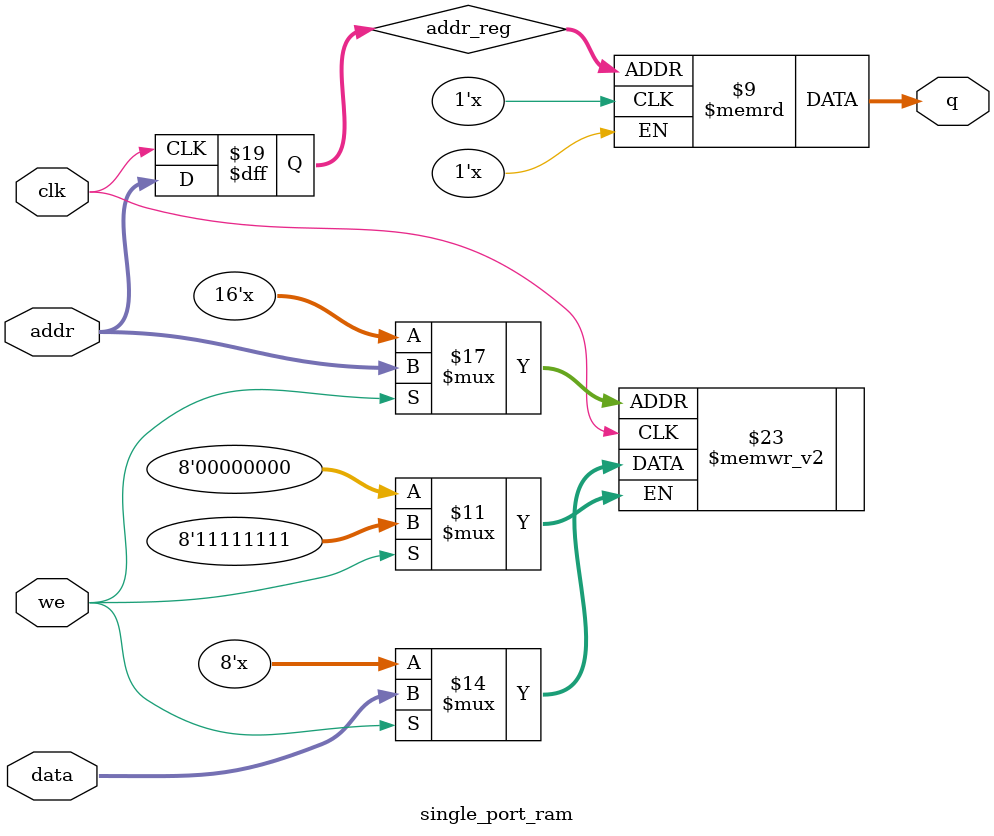
<source format=sv>

module single_port_ram 
#(parameter DATA_WIDTH=8, parameter ADDR_WIDTH=16)
(
	input [(DATA_WIDTH-1):0] data,
	input [(ADDR_WIDTH-1):0] addr,
	input clk, we,
	output [(DATA_WIDTH-1):0] q
);

	// Declare the RAM variable
	reg [DATA_WIDTH-1:0] ram[2**ADDR_WIDTH-1:0];

	// Variable to hold the registered read address
	reg [ADDR_WIDTH-1:0] addr_reg;

	always @ (posedge clk)
	begin
		// Write
		if (we)
			ram[addr] <= data;

		addr_reg <= addr;
	end

	// Continuous assignment implies read returns NEW data.
	// This is the natural behavior of the TriMatrix memory
	// blocks in Single Port mode.  
	assign q = ram[addr_reg];

endmodule

</source>
